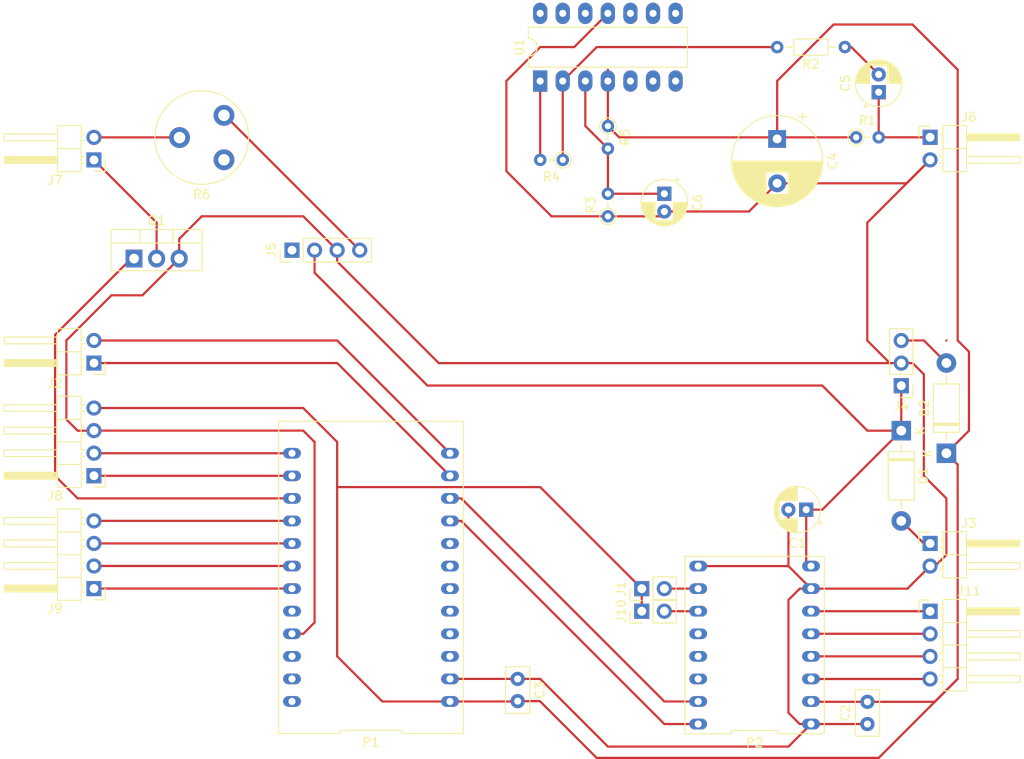
<source format=kicad_pcb>
(kicad_pcb (version 20211014) (generator pcbnew)
  (layers (0 "F.Cu" signal) (31 "B.Cu" signal) (34 "B.Paste" user) (35 "F.Paste" user) (36 "B.SilkS" user "B.Silkscreen") (37 "F.SilkS" user "F.Silkscreen") (38 "B.Mask" user) (39 "F.Mask" user) (44 "Edge.Cuts" user))
  (net 0 "")
  (net 1 "GND")
  (net 11 "/+12V")
  (net 12 "/+5V")
  (net 13 "Net-(C5-Pad1)")
  (net 14 "Net-(C5-Pad2)")
  (net 15 "Net-(C6-Pad1)")
  (net 16 "Net-(D1-Pad2)")
  (net 17 "Net-(D2-Pad2)")
  (net 18 "Net-(J1-Pad2)")
  (net 19 "/PrevSpot_BTN")
  (net 20 "/NextSpot_BTN")
  (net 22 "/+3V3")
  (net 23 "Net-(J7-Pad1)")
  (net 24 "Net-(J7-Pad2)")
  (net 25 "/OLED_SCL")
  (net 26 "/OLED_SDA")
  (net 27 "/NextSettVal_BTN")
  (net 28 "/PrevSettVal_BTN")
  (net 29 "/NextSett_BTN")
  (net 30 "/PrevSett_BTN")
  (net 31 "Net-(P2-Pad11)")
  (net 32 "Net-(P2-Pad6)")
  (net 33 "Net-(P2-Pad5)")
  (net 34 "Net-(P2-Pad4)")
  (net 35 "Net-(P2-Pad3)")
  (net 36 "/Mic_ADC")
  (net 37 "/Motor_DIR")
  (net 38 "/Motor_STEP")
  (net 39 "/PowerLED_PWM")
  (net 43 "Net-(R2-Pad2)")
  (footprint "Connector_PinHeader_2.54mm:PinHeader_1x02_P2.54mm_Vertical" (layer "F.Cu") (at 149.86 128.27 90)
    (fp_text reference "J10" (at 0 -2.33 90) (layer "F.SilkS"))
    (fp_text value "MS2")
    (pad "1" thru_hole rect (at 0 0 90) (size 1.7 1.7) (drill 1) (layers *.Cu *.Mask) (net 12 "/+5V"))
    (pad "2" thru_hole oval (at 0 2.54 90) (size 1.7 1.7) (drill 1) (layers *.Cu *.Mask) (net 31 "Net-(P2-Pad11)"))
  )
  (footprint "Resistor_THT:R_Axial_DIN0204_L3.6mm_D1.6mm_P2.54mm_Vertical" (layer "F.Cu") (at 146.05 73.66 -90)
    (fp_text reference "R5" (at 1.27 -1.92 90) (layer "F.SilkS"))
    (fp_text value "22k")
    (pad "1" thru_hole circle (at 0 0 270) (size 1.4 1.4) (drill 0.7) (layers *.Cu *.Mask) (net 12 "/+5V"))
    (pad "2" thru_hole oval (at 2.54 0 270) (size 1.4 1.4) (drill 0.7) (layers *.Cu *.Mask) (net 15 "Net-(C6-Pad1)"))
  )
  (footprint "Connector_PinHeader_2.54mm:PinHeader_1x04_P2.54mm_Horizontal" (layer "F.Cu") (at 182.315 128.28)
    (fp_text reference "J11" (at 4.385 -2.27) (layer "F.SilkS"))
    (fp_text value "Motor Coils")
    (pad "1" thru_hole rect (at 0 0) (size 1.7 1.7) (drill 1) (layers *.Cu *.Mask) (net 32 "Net-(P2-Pad6)"))
    (pad "2" thru_hole oval (at 0 2.54) (size 1.7 1.7) (drill 1) (layers *.Cu *.Mask) (net 33 "Net-(P2-Pad5)"))
    (pad "3" thru_hole oval (at 0 5.08) (size 1.7 1.7) (drill 1) (layers *.Cu *.Mask) (net 34 "Net-(P2-Pad4)"))
    (pad "4" thru_hole oval (at 0 7.62) (size 1.7 1.7) (drill 1) (layers *.Cu *.Mask) (net 35 "Net-(P2-Pad3)"))
  )
  (footprint "Capacitor_THT:CP_Radial_D5.0mm_P2.00mm" (layer "F.Cu") (at 152.4 81.28 -90)
    (fp_text reference "C6" (at 1 -3.75 90) (layer "F.SilkS"))
    (fp_text value "100u")
    (pad "1" thru_hole rect (at 0 0 270) (size 1.6 1.6) (drill 0.8) (layers *.Cu *.Mask) (net 15 "Net-(C6-Pad1)"))
    (pad "2" thru_hole circle (at 2 0 270) (size 1.6 1.6) (drill 0.8) (layers *.Cu *.Mask) (net 1 "GND"))
  )
  (footprint "Capacitor_THT:CP_Radial_D10.0mm_P5.00mm" (layer "F.Cu") (at 165.1 75.102323 -90)
    (fp_text reference "C4" (at 2.5 -6.25 90) (layer "F.SilkS"))
    (fp_text value "3300u")
    (pad "1" thru_hole rect (at 0 0 270) (size 2 2) (drill 1) (layers *.Cu *.Mask) (net 12 "/+5V"))
    (pad "2" thru_hole circle (at 5 0 270) (size 2 2) (drill 1) (layers *.Cu *.Mask) (net 1 "GND"))
  )
  (footprint "Resistor_THT:R_Axial_DIN0204_L3.6mm_D1.6mm_P2.54mm_Vertical" (layer "F.Cu") (at 173.99 74.93)
    (fp_text reference "R1" (at 1.27 -1.92) (layer "F.SilkS"))
    (fp_text value "2.2k")
    (pad "1" thru_hole circle (at 0 0) (size 1.4 1.4) (drill 0.7) (layers *.Cu *.Mask) (net 12 "/+5V"))
    (pad "2" thru_hole oval (at 2.54 0) (size 1.4 1.4) (drill 0.7) (layers *.Cu *.Mask) (net 13 "Net-(C5-Pad1)"))
  )
  (footprint "Resistor_THT:R_Axial_DIN0204_L3.6mm_D1.6mm_P2.54mm_Vertical" (layer "F.Cu") (at 146.05 83.82 90)
    (fp_text reference "R3" (at 1.27 -1.92 90) (layer "F.SilkS"))
    (fp_text value "10k")
    (pad "1" thru_hole circle (at 0 0 90) (size 1.4 1.4) (drill 0.7) (layers *.Cu *.Mask) (net 1 "GND"))
    (pad "2" thru_hole oval (at 2.54 0 90) (size 1.4 1.4) (drill 0.7) (layers *.Cu *.Mask) (net 15 "Net-(C6-Pad1)"))
  )
  (footprint "Connector_PinHeader_2.54mm:PinHeader_1x02_P2.54mm_Horizontal" (layer "F.Cu") (at 182.315 74.925)
    (fp_text reference "J6" (at 4.385 -2.27) (layer "F.SilkS"))
    (fp_text value "ElectretMic")
    (pad "1" thru_hole rect (at 0 0) (size 1.7 1.7) (drill 1) (layers *.Cu *.Mask) (net 13 "Net-(C5-Pad1)"))
    (pad "2" thru_hole oval (at 0 2.54) (size 1.7 1.7) (drill 1) (layers *.Cu *.Mask) (net 1 "GND"))
  )
  (footprint "Potentiometer_THT:Potentiometer_Piher_PT-10-V05_Vertical" (layer "F.Cu") (at 102.83 72.455 180)
    (fp_text reference "R6" (at 2.5 -8.9) (layer "F.SilkS"))
    (fp_text value "220")
    (pad "1" thru_hole circle (at 0 0 180) (size 2.34 2.34) (drill 1.3) (layers *.Cu *.Mask) (net 22 "/+3V3"))
    (pad "2" thru_hole circle (at 5 -2.5 180) (size 2.34 2.34) (drill 1.3) (layers *.Cu *.Mask) (net 24 "Net-(J7-Pad2)"))
    (pad "3" thru_hole circle (at 0 -5 180) (size 2.34 2.34) (drill 1.3) (layers *.Cu *.Mask))
  )
  (footprint "Package_DIP:DIP-14_W7.62mm_LongPads" (layer "F.Cu") (at 138.425 68.595 90)
    (fp_text reference "U1" (at 3.81 -2.33 90) (layer "F.SilkS"))
    (fp_text value "LM324")
    (pad "1" thru_hole rect (at 0 0 90) (size 2.4 1.6) (drill 0.8) (layers *.Cu *.Mask) (net 36 "/Mic_ADC"))
    (pad "2" thru_hole oval (at 0 2.54 90) (size 2.4 1.6) (drill 0.8) (layers *.Cu *.Mask) (net 43 "Net-(R2-Pad2)"))
    (pad "3" thru_hole oval (at 0 5.08 90) (size 2.4 1.6) (drill 0.8) (layers *.Cu *.Mask) (net 15 "Net-(C6-Pad1)"))
    (pad "4" thru_hole oval (at 0 7.62 90) (size 2.4 1.6) (drill 0.8) (layers *.Cu *.Mask) (net 12 "/+5V"))
    (pad "5" thru_hole oval (at 0 10.16 90) (size 2.4 1.6) (drill 0.8) (layers *.Cu *.Mask))
    (pad "6" thru_hole oval (at 0 12.7 90) (size 2.4 1.6) (drill 0.8) (layers *.Cu *.Mask))
    (pad "7" thru_hole oval (at 0 15.24 90) (size 2.4 1.6) (drill 0.8) (layers *.Cu *.Mask))
    (pad "8" thru_hole oval (at 7.62 15.24 90) (size 2.4 1.6) (drill 0.8) (layers *.Cu *.Mask))
    (pad "9" thru_hole oval (at 7.62 12.7 90) (size 2.4 1.6) (drill 0.8) (layers *.Cu *.Mask))
    (pad "10" thru_hole oval (at 7.62 10.16 90) (size 2.4 1.6) (drill 0.8) (layers *.Cu *.Mask))
    (pad "11" thru_hole oval (at 7.62 7.62 90) (size 2.4 1.6) (drill 0.8) (layers *.Cu *.Mask) (net 1 "GND"))
    (pad "12" thru_hole oval (at 7.62 5.08 90) (size 2.4 1.6) (drill 0.8) (layers *.Cu *.Mask))
    (pad "13" thru_hole oval (at 7.62 2.54 90) (size 2.4 1.6) (drill 0.8) (layers *.Cu *.Mask))
    (pad "14" thru_hole oval (at 7.62 0 90) (size 2.4 1.6) (drill 0.8) (layers *.Cu *.Mask))
  )
  (footprint "Connector_PinHeader_2.54mm:PinHeader_1x04_P2.54mm_Vertical" (layer "F.Cu") (at 110.49 87.63 90)
    (fp_text reference "J5" (at 0 -2.33 90) (layer "F.SilkS"))
    (fp_text value "Regulator+3V3")
    (pad "1" thru_hole rect (at 0 0 90) (size 1.7 1.7) (drill 1) (layers *.Cu *.Mask))
    (pad "2" thru_hole oval (at 0 2.54 90) (size 1.7 1.7) (drill 1) (layers *.Cu *.Mask) (net 11 "/+12V"))
    (pad "3" thru_hole oval (at 0 5.08 90) (size 1.7 1.7) (drill 1) (layers *.Cu *.Mask) (net 1 "GND"))
    (pad "4" thru_hole oval (at 0 7.62 90) (size 1.7 1.7) (drill 1) (layers *.Cu *.Mask) (net 22 "/+3V3"))
  )
  (footprint "Capacitor_THT:CP_Radial_D5.0mm_P2.00mm" (layer "F.Cu") (at 168.37 116.84 180)
    (fp_text reference "C1" (at 1 -3.75) (layer "F.SilkS"))
    (fp_text value "100u")
    (pad "1" thru_hole rect (at 0 0 180) (size 1.6 1.6) (drill 0.8) (layers *.Cu *.Mask) (net 11 "/+12V"))
    (pad "2" thru_hole circle (at 2 0 180) (size 1.6 1.6) (drill 0.8) (layers *.Cu *.Mask) (net 1 "GND"))
  )
  (footprint "Connector_PinHeader_2.54mm:PinHeader_1x02_P2.54mm_Horizontal" (layer "F.Cu") (at 182.315 120.645)
    (fp_text reference "J3" (at 4.385 -2.27) (layer "F.SilkS"))
    (fp_text value "+12V")
    (pad "1" thru_hole rect (at 0 0) (size 1.7 1.7) (drill 1) (layers *.Cu *.Mask) (net 16 "Net-(D1-Pad2)"))
    (pad "2" thru_hole oval (at 0 2.54) (size 1.7 1.7) (drill 1) (layers *.Cu *.Mask) (net 1 "GND"))
  )
  (footprint "SpotlightFootprints:ParticlePhoton" (layer "F.Cu") (at 119.38 124.46 90)
    (fp_text reference "P1" (at -18.57 0) (layer "F.SilkS"))
    (fp_text value "Photon")
    (pad "1" thru_hole oval (at -13.97 8.89 90) (size 1.2 2) (drill 0.8) (layers *.Cu *.Mask) (net 12 "/+5V"))
    (pad "2" thru_hole oval (at -11.43 8.89 90) (size 1.2 2) (drill 0.8) (layers *.Cu *.Mask) (net 1 "GND"))
    (pad "3" thru_hole oval (at -8.89 8.89 90) (size 1.2 2) (drill 0.8) (layers *.Cu *.Mask))
    (pad "4" thru_hole oval (at -6.35 8.89 90) (size 1.2 2) (drill 0.8) (layers *.Cu *.Mask))
    (pad "5" thru_hole oval (at -3.81 8.89 90) (size 1.2 2) (drill 0.8) (layers *.Cu *.Mask))
    (pad "6" thru_hole oval (at -1.27 8.89 90) (size 1.2 2) (drill 0.8) (layers *.Cu *.Mask))
    (pad "7" thru_hole oval (at 1.27 8.89 90) (size 1.2 2) (drill 0.8) (layers *.Cu *.Mask) (net 36 "/Mic_ADC"))
    (pad "8" thru_hole oval (at 3.81 8.89 90) (size 1.2 2) (drill 0.8) (layers *.Cu *.Mask))
    (pad "9" thru_hole oval (at 6.35 8.89 90) (size 1.2 2) (drill 0.8) (layers *.Cu *.Mask) (net 37 "/Motor_DIR"))
    (pad "10" thru_hole oval (at 8.89 8.89 90) (size 1.2 2) (drill 0.8) (layers *.Cu *.Mask) (net 38 "/Motor_STEP"))
    (pad "11" thru_hole oval (at 11.43 8.89 90) (size 1.2 2) (drill 0.8) (layers *.Cu *.Mask) (net 20 "/NextSpot_BTN"))
    (pad "12" thru_hole oval (at 13.97 8.89 90) (size 1.2 2) (drill 0.8) (layers *.Cu *.Mask) (net 19 "/PrevSpot_BTN"))
    (pad "13" thru_hole oval (at 13.97 -8.89 90) (size 1.2 2) (drill 0.8) (layers *.Cu *.Mask) (net 26 "/OLED_SDA"))
    (pad "14" thru_hole oval (at 11.43 -8.89 90) (size 1.2 2) (drill 0.8) (layers *.Cu *.Mask) (net 25 "/OLED_SCL"))
    (pad "15" thru_hole oval (at 8.89 -8.89 90) (size 1.2 2) (drill 0.8) (layers *.Cu *.Mask) (net 39 "/PowerLED_PWM"))
    (pad "16" thru_hole oval (at 6.35 -8.89 90) (size 1.2 2) (drill 0.8) (layers *.Cu *.Mask) (net 30 "/PrevSett_BTN"))
    (pad "17" thru_hole oval (at 3.81 -8.89 90) (size 1.2 2) (drill 0.8) (layers *.Cu *.Mask) (net 29 "/NextSett_BTN"))
    (pad "18" thru_hole oval (at 1.27 -8.89 90) (size 1.2 2) (drill 0.8) (layers *.Cu *.Mask) (net 28 "/PrevSettVal_BTN"))
    (pad "19" thru_hole oval (at -1.27 -8.89 90) (size 1.2 2) (drill 0.8) (layers *.Cu *.Mask) (net 27 "/NextSettVal_BTN"))
    (pad "20" thru_hole oval (at -3.81 -8.89 90) (size 1.2 2) (drill 0.8) (layers *.Cu *.Mask))
    (pad "21" thru_hole oval (at -6.35 -8.89 90) (size 1.2 2) (drill 0.8) (layers *.Cu *.Mask) (net 1 "GND"))
    (pad "22" thru_hole oval (at -8.89 -8.89 90) (size 1.2 2) (drill 0.8) (layers *.Cu *.Mask))
    (pad "23" thru_hole oval (at -11.43 -8.89 90) (size 1.2 2) (drill 0.8) (layers *.Cu *.Mask))
    (pad "24" thru_hole oval (at -13.97 -8.89 90) (size 1.2 2) (drill 0.8) (layers *.Cu *.Mask))
  )
  (footprint "SpotlightFootprints:TMC2208" (layer "F.Cu") (at 162.56 132.08 90)
    (fp_text reference "P2" (at -10.99 0) (layer "F.SilkS"))
    (fp_text value "TMC2208")
    (pad "1" thru_hole oval (at -8.89 6.35 90) (size 1.2 2) (drill 0.8) (layers *.Cu *.Mask) (net 1 "GND"))
    (pad "2" thru_hole oval (at -6.35 6.35 90) (size 1.2 2) (drill 0.8) (layers *.Cu *.Mask) (net 12 "/+5V"))
    (pad "3" thru_hole oval (at -3.81 6.35 90) (size 1.2 2) (drill 0.8) (layers *.Cu *.Mask) (net 35 "Net-(P2-Pad3)"))
    (pad "4" thru_hole oval (at -1.27 6.35 90) (size 1.2 2) (drill 0.8) (layers *.Cu *.Mask) (net 34 "Net-(P2-Pad4)"))
    (pad "5" thru_hole oval (at 1.27 6.35 90) (size 1.2 2) (drill 0.8) (layers *.Cu *.Mask) (net 33 "Net-(P2-Pad5)"))
    (pad "6" thru_hole oval (at 3.81 6.35 90) (size 1.2 2) (drill 0.8) (layers *.Cu *.Mask) (net 32 "Net-(P2-Pad6)"))
    (pad "7" thru_hole oval (at 6.35 6.35 90) (size 1.2 2) (drill 0.8) (layers *.Cu *.Mask) (net 1 "GND"))
    (pad "8" thru_hole oval (at 8.89 6.35 90) (size 1.2 2) (drill 0.8) (layers *.Cu *.Mask) (net 11 "/+12V"))
    (pad "9" thru_hole oval (at 8.89 -6.35 90) (size 1.2 2) (drill 0.8) (layers *.Cu *.Mask) (net 1 "GND"))
    (pad "10" thru_hole oval (at 6.35 -6.35 90) (size 1.2 2) (drill 0.8) (layers *.Cu *.Mask) (net 18 "Net-(J1-Pad2)"))
    (pad "11" thru_hole oval (at 3.81 -6.35 90) (size 1.2 2) (drill 0.8) (layers *.Cu *.Mask) (net 31 "Net-(P2-Pad11)"))
    (pad "12" thru_hole oval (at 1.27 -6.35 90) (size 1.2 2) (drill 0.8) (layers *.Cu *.Mask))
    (pad "13" thru_hole oval (at -1.27 -6.35 90) (size 1.2 2) (drill 0.8) (layers *.Cu *.Mask))
    (pad "14" thru_hole oval (at -3.81 -6.35 90) (size 1.2 2) (drill 0.8) (layers *.Cu *.Mask))
    (pad "15" thru_hole oval (at -6.35 -6.35 90) (size 1.2 2) (drill 0.8) (layers *.Cu *.Mask) (net 38 "/Motor_STEP"))
    (pad "16" thru_hole oval (at -8.89 -6.35 90) (size 1.2 2) (drill 0.8) (layers *.Cu *.Mask) (net 37 "/Motor_DIR"))
  )
  (footprint "Resistor_THT:R_Axial_DIN0204_L3.6mm_D1.6mm_P2.54mm_Vertical" (layer "F.Cu") (at 140.97 77.47 180)
    (fp_text reference "R4" (at 1.27 -1.92) (layer "F.SilkS"))
    (fp_text value "300k")
    (pad "1" thru_hole circle (at 0 0 180) (size 1.4 1.4) (drill 0.7) (layers *.Cu *.Mask) (net 43 "Net-(R2-Pad2)"))
    (pad "2" thru_hole oval (at 2.54 0 180) (size 1.4 1.4) (drill 0.7) (layers *.Cu *.Mask) (net 36 "/Mic_ADC"))
  )
  (footprint "Connector_PinHeader_2.54mm:PinHeader_1x02_P2.54mm_Horizontal" (layer "F.Cu") (at 88.195 77.475 180)
    (fp_text reference "J7" (at 4.385 -2.27) (layer "F.SilkS"))
    (fp_text value "PowerLED")
    (pad "1" thru_hole rect (at 0 0 180) (size 1.7 1.7) (drill 1) (layers *.Cu *.Mask) (net 23 "Net-(J7-Pad1)"))
    (pad "2" thru_hole oval (at 0 2.54 180) (size 1.7 1.7) (drill 1) (layers *.Cu *.Mask) (net 24 "Net-(J7-Pad2)"))
  )
  (footprint "Diode_THT:D_DO-41_SOD81_P10.16mm_Horizontal" (layer "F.Cu") (at 184.15 110.49 90)
    (fp_text reference "D2" (at 5.08 -2.47 90) (layer "F.SilkS"))
    (fp_text value "1N5819")
    (fp_text user "K" (at 0 -2.1 90) (layer "F.SilkS"))
    (pad "1" thru_hole rect (at 0 0 90) (size 2.2 2.2) (drill 1.1) (layers *.Cu *.Mask) (net 12 "/+5V"))
    (pad "2" thru_hole oval (at 10.16 0 90) (size 2.2 2.2) (drill 1.1) (layers *.Cu *.Mask) (net 17 "Net-(D2-Pad2)"))
  )
  (footprint "Capacitor_THT:C_Disc_D5.0mm_W2.5mm_P2.50mm" (layer "F.Cu") (at 175.26 140.97 90)
    (fp_text reference "C2" (at 1.25 -2.5 90) (layer "F.SilkS"))
    (fp_text value "100n")
    (pad "1" thru_hole circle (at 0 0 90) (size 1.6 1.6) (drill 0.8) (layers *.Cu *.Mask) (net 1 "GND"))
    (pad "2" thru_hole circle (at 2.5 0 90) (size 1.6 1.6) (drill 0.8) (layers *.Cu *.Mask) (net 12 "/+5V"))
  )
  (footprint "Resistor_THT:R_Axial_DIN0204_L3.6mm_D1.6mm_P7.62mm_Horizontal" (layer "F.Cu") (at 172.72 64.77 180)
    (fp_text reference "R2" (at 3.81 -1.92 180) (layer "F.SilkS"))
    (fp_text value "10k")
    (pad "1" thru_hole circle (at 0 0 180) (size 1.4 1.4) (drill 0.7) (layers *.Cu *.Mask) (net 14 "Net-(C5-Pad2)"))
    (pad "2" thru_hole oval (at 7.62 0 180) (size 1.4 1.4) (drill 0.7) (layers *.Cu *.Mask) (net 43 "Net-(R2-Pad2)"))
  )
  (footprint "Package_TO_SOT_THT:TO-220-3_Vertical" (layer "F.Cu") (at 92.71 88.575)
    (fp_text reference "Q1" (at 2.54 -4.27) (layer "F.SilkS"))
    (fp_text value "IRLB8721PBF")
    (pad "1" thru_hole rect (at 0 0) (size 1.905 2) (drill 1.1) (layers *.Cu *.Mask) (net 39 "/PowerLED_PWM"))
    (pad "2" thru_hole oval (at 2.54 0) (size 1.905 2) (drill 1.1) (layers *.Cu *.Mask) (net 23 "Net-(J7-Pad1)"))
    (pad "3" thru_hole oval (at 5.08 0) (size 1.905 2) (drill 1.1) (layers *.Cu *.Mask) (net 1 "GND"))
  )
  (footprint "Diode_THT:D_DO-41_SOD81_P10.16mm_Horizontal" (layer "F.Cu") (at 179.07 107.95 -90)
    (fp_text reference "D1" (at 5.08 -2.47 90) (layer "F.SilkS"))
    (fp_text value "SB220")
    (fp_text user "K" (at 0 -2.1 90) (layer "F.SilkS"))
    (pad "1" thru_hole rect (at 0 0 270) (size 2.2 2.2) (drill 1.1) (layers *.Cu *.Mask) (net 11 "/+12V"))
    (pad "2" thru_hole oval (at 10.16 0 270) (size 2.2 2.2) (drill 1.1) (layers *.Cu *.Mask) (net 16 "Net-(D1-Pad2)"))
  )
  (footprint "Connector_PinHeader_2.54mm:PinHeader_1x03_P2.54mm_Vertical" (layer "F.Cu") (at 179.07 102.885 180)
    (fp_text reference "J4" (at 0 -2.33) (layer "F.SilkS"))
    (fp_text value "Regulator+5V")
    (pad "1" thru_hole rect (at 0 0 180) (size 1.7 1.7) (drill 1) (layers *.Cu *.Mask) (net 11 "/+12V"))
    (pad "2" thru_hole oval (at 0 2.54 180) (size 1.7 1.7) (drill 1) (layers *.Cu *.Mask) (net 1 "GND"))
    (pad "3" thru_hole oval (at 0 5.08 180) (size 1.7 1.7) (drill 1) (layers *.Cu *.Mask) (net 17 "Net-(D2-Pad2)"))
  )
  (footprint "Capacitor_THT:CP_Radial_D5.0mm_P2.00mm" (layer "F.Cu") (at 176.53 69.85 90)
    (fp_text reference "C5" (at 1 -3.75 90) (layer "F.SilkS"))
    (fp_text value "4.7u")
    (pad "1" thru_hole rect (at 0 0 90) (size 1.6 1.6) (drill 0.8) (layers *.Cu *.Mask) (net 13 "Net-(C5-Pad1)"))
    (pad "2" thru_hole circle (at 2 0 90) (size 1.6 1.6) (drill 0.8) (layers *.Cu *.Mask) (net 14 "Net-(C5-Pad2)"))
  )
  (footprint "Connector_PinHeader_2.54mm:PinHeader_1x02_P2.54mm_Horizontal" (layer "F.Cu") (at 88.195 100.335 180)
    (fp_text reference "J2" (at 4.385 -2.27 180) (layer "F.SilkS"))
    (fp_text value "Spot Btns")
    (pad "1" thru_hole rect (at 0 0 180) (size 1.7 1.7) (drill 1) (layers *.Cu *.Mask) (net 20 "/NextSpot_BTN"))
    (pad "2" thru_hole oval (at 0 2.54 180) (size 1.7 1.7) (drill 1) (layers *.Cu *.Mask) (net 19 "/PrevSpot_BTN"))
  )
  (footprint "Capacitor_THT:C_Disc_D5.0mm_W2.5mm_P2.50mm" (layer "F.Cu") (at 135.89 135.89 -90)
    (fp_text reference "C3" (at 1.25 -2.5 90) (layer "F.SilkS"))
    (fp_text value "100n")
    (pad "1" thru_hole circle (at 0 0 270) (size 1.6 1.6) (drill 0.8) (layers *.Cu *.Mask) (net 1 "GND"))
    (pad "2" thru_hole circle (at 2.5 0 270) (size 1.6 1.6) (drill 0.8) (layers *.Cu *.Mask) (net 12 "/+5V"))
  )
  (footprint "Connector_PinHeader_2.54mm:PinHeader_1x02_P2.54mm_Vertical" (layer "F.Cu") (at 149.86 125.73 90)
    (fp_text reference "J1" (at 0 -2.33 90) (layer "F.SilkS"))
    (fp_text value "MS1")
    (pad "1" thru_hole rect (at 0 0 90) (size 1.7 1.7) (drill 1) (layers *.Cu *.Mask) (net 12 "/+5V"))
    (pad "2" thru_hole oval (at 0 2.54 90) (size 1.7 1.7) (drill 1) (layers *.Cu *.Mask) (net 18 "Net-(J1-Pad2)"))
  )
  (footprint "Connector_PinHeader_2.54mm:PinHeader_1x04_P2.54mm_Horizontal" (layer "F.Cu") (at 88.195 125.72 180)
    (fp_text reference "J9" (at 4.385 -2.27) (layer "F.SilkS"))
    (fp_text value "Settings Btns")
    (pad "1" thru_hole rect (at 0 0 180) (size 1.7 1.7) (drill 1) (layers *.Cu *.Mask) (net 27 "/NextSettVal_BTN"))
    (pad "2" thru_hole oval (at 0 2.54 180) (size 1.7 1.7) (drill 1) (layers *.Cu *.Mask) (net 28 "/PrevSettVal_BTN"))
    (pad "3" thru_hole oval (at 0 5.08 180) (size 1.7 1.7) (drill 1) (layers *.Cu *.Mask) (net 29 "/NextSett_BTN"))
    (pad "4" thru_hole oval (at 0 7.62 180) (size 1.7 1.7) (drill 1) (layers *.Cu *.Mask) (net 30 "/PrevSett_BTN"))
  )
  (footprint "Connector_PinHeader_2.54mm:PinHeader_1x04_P2.54mm_Horizontal" (layer "F.Cu") (at 88.195 113.02 180)
    (fp_text reference "J8" (at 4.385 -2.27) (layer "F.SilkS"))
    (fp_text value "OLED")
    (pad "1" thru_hole rect (at 0 0 180) (size 1.7 1.7) (drill 1) (layers *.Cu *.Mask) (net 25 "/OLED_SCL"))
    (pad "2" thru_hole oval (at 0 2.54 180) (size 1.7 1.7) (drill 1) (layers *.Cu *.Mask) (net 26 "/OLED_SDA"))
    (pad "3" thru_hole oval (at 0 5.08 180) (size 1.7 1.7) (drill 1) (layers *.Cu *.Mask) (net 1 "GND"))
    (pad "4" thru_hole oval (at 0 7.62 180) (size 1.7 1.7) (drill 1) (layers *.Cu *.Mask) (net 12 "/+5V"))
  )
  (segment (start 182.315 123.185) (end 182.32 123.19) (width 0.25) (layer "F.Cu") (net 1))
  (segment (start 184.15 115.57) (end 181.61 113.03) (width 0.25) (layer "F.Cu") (net 1))
  (segment (start 168.91 125.73) (end 179.77 125.73) (width 0.25) (layer "F.Cu") (net 1))
  (segment (start 113.03 129.54) (end 111.76 130.81) (width 0.25) (layer "F.Cu") (net 1))
  (segment (start 88.195 107.94) (end 111.75 107.94) (width 0.25) (layer "F.Cu") (net 1))
  (segment (start 181.61 101.6) (end 180.355 100.345) (width 0.25) (layer "F.Cu") (net 1))
  (segment (start 127.015 100.345) (end 177.785 100.345) (width 0.25) (layer "F.Cu") (net 1))
  (segment (start 151.86 83.82) (end 152.4 83.28) (width 0.25) (layer "F.Cu") (net 1))
  (segment (start 179.77 125.73) (end 182.315 123.185) (width 0.25) (layer "F.Cu") (net 1))
  (segment (start 93.655 92.71) (end 97.79 88.575) (width 0.25) (layer "F.Cu") (net 1))
  (segment (start 181.61 113.03) (end 181.61 101.6) (width 0.25) (layer "F.Cu") (net 1))
  (segment (start 146.05 83.82) (end 139.7 83.82) (width 0.25) (layer "F.Cu") (net 1))
  (segment (start 100.33 83.82) (end 111.76 83.82) (width 0.25) (layer "F.Cu") (net 1))
  (segment (start 165.1 80.102323) (end 161.922323 83.28) (width 0.25) (layer "F.Cu") (net 1))
  (segment (start 175.245 84.535) (end 182.315 77.465) (width 0.25) (layer "F.Cu") (net 1))
  (segment (start 85.09 97.79) (end 90.17 92.71) (width 0.25) (layer "F.Cu") (net 1))
  (segment (start 182.32 123.19) (end 182.88 123.19) (width 0.25) (layer "F.Cu") (net 1))
  (segment (start 168.91 140.97) (end 166.37 143.51) (width 0.25) (layer "F.Cu") (net 1))
  (segment (start 134.62 68.58) (end 138.43 64.77) (width 0.25) (layer "F.Cu") (net 1))
  (segment (start 182.315 77.465) (end 179.677677 80.102323) (width 0.25) (layer "F.Cu") (net 1))
  (segment (start 167.64 125.73) (end 166.37 127) (width 0.25) (layer "F.Cu") (net 1))
  (segment (start 111.75 107.94) (end 113.03 109.22) (width 0.25) (layer "F.Cu") (net 1))
  (segment (start 175.245 97.805) (end 177.785 100.345) (width 0.25) (layer "F.Cu") (net 1))
  (segment (start 97.79 88.575) (end 97.79 86.36) (width 0.25) (layer "F.Cu") (net 1))
  (segment (start 113.03 109.22) (end 113.03 129.54) (width 0.25) (layer "F.Cu") (net 1))
  (segment (start 182.88 123.19) (end 184.15 121.92) (width 0.25) (layer "F.Cu") (net 1))
  (segment (start 88.185 107.95) (end 86.36 107.95) (width 0.25) (layer "F.Cu") (net 1))
  (segment (start 90.17 92.71) (end 93.655 92.71) (width 0.25) (layer "F.Cu") (net 1))
  (segment (start 135.89 135.89) (end 128.27 135.89) (width 0.25) (layer "F.Cu") (net 1))
  (segment (start 166.37 123.19) (end 156.21 123.19) (width 0.25) (layer "F.Cu") (net 1))
  (segment (start 166.37 143.51) (end 146.05 143.51) (width 0.25) (layer "F.Cu") (net 1))
  (segment (start 168.91 125.73) (end 167.64 125.73) (width 0.25) (layer "F.Cu") (net 1))
  (segment (start 85.09 106.68) (end 85.09 97.79) (width 0.25) (layer "F.Cu") (net 1))
  (segment (start 161.922323 83.28) (end 152.4 83.28) (width 0.25) (layer "F.Cu") (net 1))
  (segment (start 86.36 107.95) (end 85.09 106.68) (width 0.25) (layer "F.Cu") (net 1))
  (segment (start 146.05 143.51) (end 138.43 135.89) (width 0.25) (layer "F.Cu") (net 1))
  (segment (start 111.76 130.81) (end 110.49 130.81) (width 0.25) (layer "F.Cu") (net 1))
  (segment (start 177.785 100.345) (end 179.07 100.345) (width 0.25) (layer "F.Cu") (net 1))
  (segment (start 115.57 88.9) (end 127.015 100.345) (width 0.25) (layer "F.Cu") (net 1))
  (segment (start 167.64 140.97) (end 168.91 140.97) (width 0.25) (layer "F.Cu") (net 1))
  (segment (start 180.355 100.345) (end 179.07 100.345) (width 0.25) (layer "F.Cu") (net 1))
  (segment (start 175.245 97.805) (end 175.245 84.535) (width 0.25) (layer "F.Cu") (net 1))
  (segment (start 115.57 87.63) (end 115.57 88.9) (width 0.25) (layer "F.Cu") (net 1))
  (segment (start 139.7 83.82) (end 134.62 78.74) (width 0.25) (layer "F.Cu") (net 1))
  (segment (start 168.91 125.73) (end 166.37 123.19) (width 0.25) (layer "F.Cu") (net 1))
  (segment (start 88.195 107.94) (end 88.185 107.95) (width 0.25) (layer "F.Cu") (net 1))
  (segment (start 111.76 83.82) (end 115.57 87.63) (width 0.25) (layer "F.Cu") (net 1))
  (segment (start 146.05 83.82) (end 151.86 83.82) (width 0.25) (layer "F.Cu") (net 1))
  (segment (start 179.677677 80.102323) (end 165.1 80.102323) (width 0.25) (layer "F.Cu") (net 1))
  (segment (start 142.25 64.77) (end 146.045 60.975) (width 0.25) (layer "F.Cu") (net 1))
  (segment (start 134.62 78.74) (end 134.62 68.58) (width 0.25) (layer "F.Cu") (net 1))
  (segment (start 166.37 123.19) (end 166.37 116.84) (width 0.25) (layer "F.Cu") (net 1))
  (segment (start 166.37 127) (end 166.37 139.7) (width 0.25) (layer "F.Cu") (net 1))
  (segment (start 97.79 86.36) (end 100.33 83.82) (width 0.25) (layer "F.Cu") (net 1))
  (segment (start 184.15 121.92) (end 184.15 115.57) (width 0.25) (layer "F.Cu") (net 1))
  (segment (start 166.37 139.7) (end 167.64 140.97) (width 0.25) (layer "F.Cu") (net 1))
  (segment (start 175.26 140.97) (end 168.91 140.97) (width 0.25) (layer "F.Cu") (net 1))
  (segment (start 138.43 64.77) (end 142.25 64.77) (width 0.25) (layer "F.Cu") (net 1))
  (segment (start 138.43 135.89) (end 135.89 135.89) (width 0.25) (layer "F.Cu") (net 1))
  (segment (start 179.07 107.95) (end 175.26 107.95) (width 0.25) (layer "F.Cu") (net 11))
  (segment (start 168.37 116.84) (end 170.18 116.84) (width 0.25) (layer "F.Cu") (net 11))
  (segment (start 168.37 116.84) (end 168.37 116.3) (width 0.25) (layer "F.Cu") (net 11))
  (segment (start 170.18 116.84) (end 179.07 107.95) (width 0.25) (layer "F.Cu") (net 11))
  (segment (start 125.73 102.87) (end 113.03 90.17) (width 0.25) (layer "F.Cu") (net 11))
  (segment (start 175.26 107.95) (end 170.18 102.87) (width 0.25) (layer "F.Cu") (net 11))
  (segment (start 170.18 102.87) (end 125.73 102.87) (width 0.25) (layer "F.Cu") (net 11))
  (segment (start 168.37 116.84) (end 168.37 122.65) (width 0.25) (layer "F.Cu") (net 11))
  (segment (start 179.07 107.95) (end 179.07 102.885) (width 0.25) (layer "F.Cu") (net 11))
  (segment (start 168.37 122.65) (end 168.91 123.19) (width 0.25) (layer "F.Cu") (net 11))
  (segment (start 113.03 90.17) (end 113.03 87.63) (width 0.25) (layer "F.Cu") (net 11))
  (segment (start 185.42 111.76) (end 185.42 135.89) (width 0.25) (layer "F.Cu") (net 12))
  (segment (start 120.65 138.43) (end 128.27 138.43) (width 0.25) (layer "F.Cu") (net 12))
  (segment (start 138.39 138.39) (end 135.89 138.39) (width 0.25) (layer "F.Cu") (net 12))
  (segment (start 111.75 105.4) (end 115.57 109.22) (width 0.25) (layer "F.Cu") (net 12))
  (segment (start 115.57 109.22) (end 115.57 114.3) (width 0.25) (layer "F.Cu") (net 12))
  (segment (start 144.78 144.78) (end 138.39 138.39) (width 0.25) (layer "F.Cu") (net 12))
  (segment (start 149.86 125.73) (end 138.43 114.3) (width 0.25) (layer "F.Cu") (net 12))
  (segment (start 146.045 68.595) (end 146.045 73.655) (width 0.25) (layer "F.Cu") (net 12))
  (segment (start 185.42 135.89) (end 176.53 144.78) (width 0.25) (layer "F.Cu") (net 12))
  (segment (start 186.69 99.06) (end 185.42 97.79) (width 0.25) (layer "F.Cu") (net 12))
  (segment (start 128.27 138.43) (end 135.85 138.43) (width 0.25) (layer "F.Cu") (net 12))
  (segment (start 146.045 73.655) (end 146.05 73.66) (width 0.25) (layer "F.Cu") (net 12))
  (segment (start 115.57 133.35) (end 120.65 138.43) (width 0.25) (layer "F.Cu") (net 12))
  (segment (start 138.43 114.3) (end 115.57 114.3) (width 0.25) (layer "F.Cu") (net 12))
  (segment (start 186.69 107.95) (end 186.69 99.06) (width 0.25) (layer "F.Cu") (net 12))
  (segment (start 185.42 67.31) (end 180.34 62.23) (width 0.25) (layer "F.Cu") (net 12))
  (segment (start 165.1 75.102323) (end 165.1 68.58) (width 0.25) (layer "F.Cu") (net 12))
  (segment (start 88.195 105.4) (end 111.75 105.4) (width 0.25) (layer "F.Cu") (net 12))
  (segment (start 146.05 73.66) (end 147.32 74.93) (width 0.25) (layer "F.Cu") (net 12))
  (segment (start 184.15 110.49) (end 185.42 111.76) (width 0.25) (layer "F.Cu") (net 12))
  (segment (start 171.45 62.23) (end 180.34 62.23) (width 0.25) (layer "F.Cu") (net 12))
  (segment (start 146.045 67.315) (end 146.045 68.595) (width 0.25) (layer "F.Cu") (net 12))
  (segment (start 165.272323 74.93) (end 165.1 75.102323) (width 0.25) (layer "F.Cu") (net 12))
  (segment (start 185.42 97.79) (end 185.42 67.31) (width 0.25) (layer "F.Cu") (net 12))
  (segment (start 147.32 74.93) (end 164.927677 74.93) (width 0.25) (layer "F.Cu") (net 12))
  (segment (start 165.1 68.58) (end 171.45 62.23) (width 0.25) (layer "F.Cu") (net 12))
  (segment (start 115.57 114.3) (end 115.57 133.35) (width 0.25) (layer "F.Cu") (net 12))
  (segment (start 135.85 138.43) (end 135.89 138.39) (width 0.25) (layer "F.Cu") (net 12))
  (segment (start 175.26 138.47) (end 168.95 138.47) (width 0.25) (layer "F.Cu") (net 12))
  (segment (start 185.42 135.89) (end 182.84 138.47) (width 0.25) (layer "F.Cu") (net 12))
  (segment (start 168.95 138.47) (end 168.91 138.43) (width 0.25) (layer "F.Cu") (net 12))
  (segment (start 149.86 128.27) (end 149.86 125.73) (width 0.25) (layer "F.Cu") (net 12))
  (segment (start 184.15 110.49) (end 186.69 107.95) (width 0.25) (layer "F.Cu") (net 12))
  (segment (start 182.84 138.47) (end 175.26 138.47) (width 0.25) (layer "F.Cu") (net 12))
  (segment (start 176.53 144.78) (end 144.78 144.78) (width 0.25) (layer "F.Cu") (net 12))
  (segment (start 173.99 74.93) (end 165.272323 74.93) (width 0.25) (layer "F.Cu") (net 12))
  (segment (start 164.927677 74.93) (end 165.1 75.102323) (width 0.25) (layer "F.Cu") (net 12))
  (segment (start 182.315 74.925) (end 176.535 74.925) (width 0.25) (layer "F.Cu") (net 13))
  (segment (start 176.53 69.85) (end 176.53 74.93) (width 0.25) (layer "F.Cu") (net 13))
  (segment (start 176.535 74.925) (end 176.53 74.93) (width 0.25) (layer "F.Cu") (net 13))
  (segment (start 173.45 64.77) (end 172.72 64.77) (width 0.25) (layer "F.Cu") (net 14))
  (segment (start 176.53 67.85) (end 173.45 64.77) (width 0.25) (layer "F.Cu") (net 14))
  (segment (start 146.05 76.2) (end 143.505 73.655) (width 0.25) (layer "F.Cu") (net 15))
  (segment (start 152.4 81.28) (end 146.05 81.28) (width 0.25) (layer "F.Cu") (net 15))
  (segment (start 143.505 73.655) (end 143.505 68.595) (width 0.25) (layer "F.Cu") (net 15))
  (segment (start 146.05 81.28) (end 146.05 76.2) (width 0.25) (layer "F.Cu") (net 15))
  (segment (start 181.605 120.645) (end 179.07 118.11) (width 0.25) (layer "F.Cu") (net 16))
  (segment (start 182.315 120.645) (end 181.605 120.645) (width 0.25) (layer "F.Cu") (net 16))
  (segment (start 180.325 97.805) (end 180.34 97.79) (width 0.25) (layer "F.Cu") (net 17))
  (segment (start 179.07 97.805) (end 180.325 97.805) (width 0.25) (layer "F.Cu") (net 17))
  (segment (start 184.135 97.805) (end 184.15 97.79) (width 0.25) (layer "F.Cu") (net 17))
  (segment (start 181.61 97.79) (end 184.15 100.33) (width 0.25) (layer "F.Cu") (net 17))
  (segment (start 180.34 97.79) (end 181.61 97.79) (width 0.25) (layer "F.Cu") (net 17))
  (segment (start 152.4 125.73) (end 156.21 125.73) (width 0.25) (layer "F.Cu") (net 18))
  (segment (start 128.27 110.49) (end 115.575 97.795) (width 0.25) (layer "F.Cu") (net 19))
  (segment (start 115.575 97.795) (end 88.195 97.795) (width 0.25) (layer "F.Cu") (net 19))
  (segment (start 115.575 100.335) (end 88.195 100.335) (width 0.25) (layer "F.Cu") (net 20))
  (segment (start 128.27 113.03) (end 115.575 100.335) (width 0.25) (layer "F.Cu") (net 20))
  (segment (start 102.935 72.455) (end 102.83 72.455) (width 0.25) (layer "F.Cu") (net 22))
  (segment (start 118.11 87.63) (end 102.935 72.455) (width 0.25) (layer "F.Cu") (net 22))
  (segment (start 95.25 88.575) (end 95.25 84.53) (width 0.25) (layer "F.Cu") (net 23))
  (segment (start 95.25 84.53) (end 88.195 77.475) (width 0.25) (layer "F.Cu") (net 23))
  (segment (start 97.81 74.935) (end 97.83 74.955) (width 0.25) (layer "F.Cu") (net 24))
  (segment (start 88.195 74.935) (end 97.81 74.935) (width 0.25) (layer "F.Cu") (net 24))
  (segment (start 110.49 113.03) (end 88.205 113.03) (width 0.25) (layer "F.Cu") (net 25))
  (segment (start 88.205 113.03) (end 88.195 113.02) (width 0.25) (layer "F.Cu") (net 25))
  (segment (start 88.205 110.49) (end 88.195 110.48) (width 0.25) (layer "F.Cu") (net 26))
  (segment (start 110.49 110.49) (end 88.205 110.49) (width 0.25) (layer "F.Cu") (net 26))
  (segment (start 88.195 125.72) (end 110.48 125.72) (width 0.25) (layer "F.Cu") (net 27))
  (segment (start 110.48 125.72) (end 110.49 125.73) (width 0.25) (layer "F.Cu") (net 27))
  (segment (start 88.195 123.18) (end 110.48 123.18) (width 0.25) (layer "F.Cu") (net 28))
  (segment (start 110.48 123.18) (end 110.49 123.19) (width 0.25) (layer "F.Cu") (net 28))
  (segment (start 88.195 120.64) (end 110.48 120.64) (width 0.25) (layer "F.Cu") (net 29))
  (segment (start 110.48 120.64) (end 110.49 120.65) (width 0.25) (layer "F.Cu") (net 29))
  (segment (start 88.195 118.1) (end 110.48 118.1) (width 0.25) (layer "F.Cu") (net 30))
  (segment (start 110.48 118.1) (end 110.49 118.11) (width 0.25) (layer "F.Cu") (net 30))
  (segment (start 152.4 128.27) (end 156.21 128.27) (width 0.25) (layer "F.Cu") (net 31))
  (segment (start 182.305 128.27) (end 182.315 128.28) (width 0.25) (layer "F.Cu") (net 32))
  (segment (start 168.91 128.27) (end 182.305 128.27) (width 0.25) (layer "F.Cu") (net 32))
  (segment (start 168.91 130.81) (end 182.305 130.81) (width 0.25) (layer "F.Cu") (net 33))
  (segment (start 182.305 130.81) (end 182.315 130.82) (width 0.25) (layer "F.Cu") (net 33))
  (segment (start 168.91 133.35) (end 182.305 133.35) (width 0.25) (layer "F.Cu") (net 34))
  (segment (start 182.305 133.35) (end 182.315 133.36) (width 0.25) (layer "F.Cu") (net 34))
  (segment (start 168.92 135.9) (end 168.91 135.89) (width 0.25) (layer "F.Cu") (net 35))
  (segment (start 182.315 135.9) (end 168.92 135.9) (width 0.25) (layer "F.Cu") (net 35))
  (segment (start 138.425 77.465) (end 138.43 77.47) (width 0.25) (layer "F.Cu") (net 36))
  (segment (start 138.425 68.595) (end 138.425 77.465) (width 0.25) (layer "F.Cu") (net 36))
  (segment (start 129.54 118.11) (end 128.27 118.11) (width 0.25) (layer "F.Cu") (net 37))
  (segment (start 152.4 140.97) (end 129.54 118.11) (width 0.25) (layer "F.Cu") (net 37))
  (segment (start 156.21 140.97) (end 152.4 140.97) (width 0.25) (layer "F.Cu") (net 37))
  (segment (start 152.4 138.43) (end 129.54 115.57) (width 0.25) (layer "F.Cu") (net 38))
  (segment (start 156.21 138.43) (end 152.4 138.43) (width 0.25) (layer "F.Cu") (net 38))
  (segment (start 129.54 115.57) (end 128.27 115.57) (width 0.25) (layer "F.Cu") (net 38))
  (segment (start 92.4 88.575) (end 92.71 88.575) (width 0.25) (layer "F.Cu") (net 39))
  (segment (start 86.36 115.57) (end 83.82 113.03) (width 0.25) (layer "F.Cu") (net 39))
  (segment (start 83.82 113.03) (end 83.82 97.155) (width 0.25) (layer "F.Cu") (net 39))
  (segment (start 110.49 115.57) (end 86.36 115.57) (width 0.25) (layer "F.Cu") (net 39))
  (segment (start 83.82 97.155) (end 92.4 88.575) (width 0.25) (layer "F.Cu") (net 39))
  (segment (start 144.79 64.77) (end 140.965 68.595) (width 0.25) (layer "F.Cu") (net 43))
  (segment (start 140.965 77.465) (end 140.97 77.47) (width 0.25) (layer "F.Cu") (net 43))
  (segment (start 144.78 64.77) (end 165.1 64.77) (width 0.25) (layer "F.Cu") (net 43))
  (segment (start 140.965 68.595) (end 140.965 77.465) (width 0.25) (layer "F.Cu") (net 43))
)
</source>
